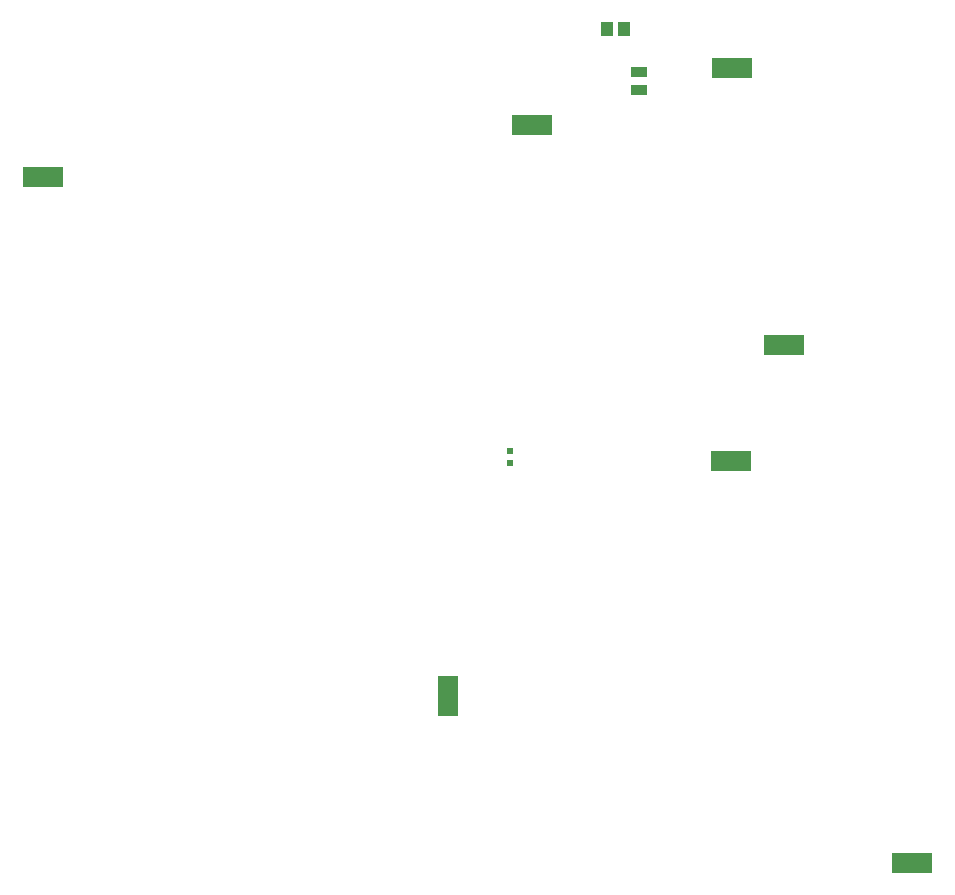
<source format=gts>
G04*
G04 #@! TF.GenerationSoftware,Altium Limited,Altium Designer,21.5.1 (32)*
G04*
G04 Layer_Color=8388736*
%FSLAX44Y44*%
%MOMM*%
G71*
G04*
G04 #@! TF.SameCoordinates,CE61D733-3D9C-4286-B01C-F70B086857D8*
G04*
G04*
G04 #@! TF.FilePolarity,Negative*
G04*
G01*
G75*
%ADD21R,3.4300X1.7800*%
%ADD35R,1.7800X3.4300*%
%ADD37R,1.0061X1.3082*%
%ADD38R,1.3500X0.9500*%
%ADD46R,0.5000X0.5000*%
D21*
X297549Y891549D02*
D03*
X1033475Y310203D02*
D03*
X881160Y983305D02*
D03*
X711229Y935239D02*
D03*
X925000Y748750D02*
D03*
X880201Y650549D02*
D03*
D35*
X640079Y452068D02*
D03*
D37*
X789401Y1016565D02*
D03*
X774880D02*
D03*
D38*
X802398Y965231D02*
D03*
Y980231D02*
D03*
D46*
X692756Y659060D02*
D03*
Y649060D02*
D03*
M02*

</source>
